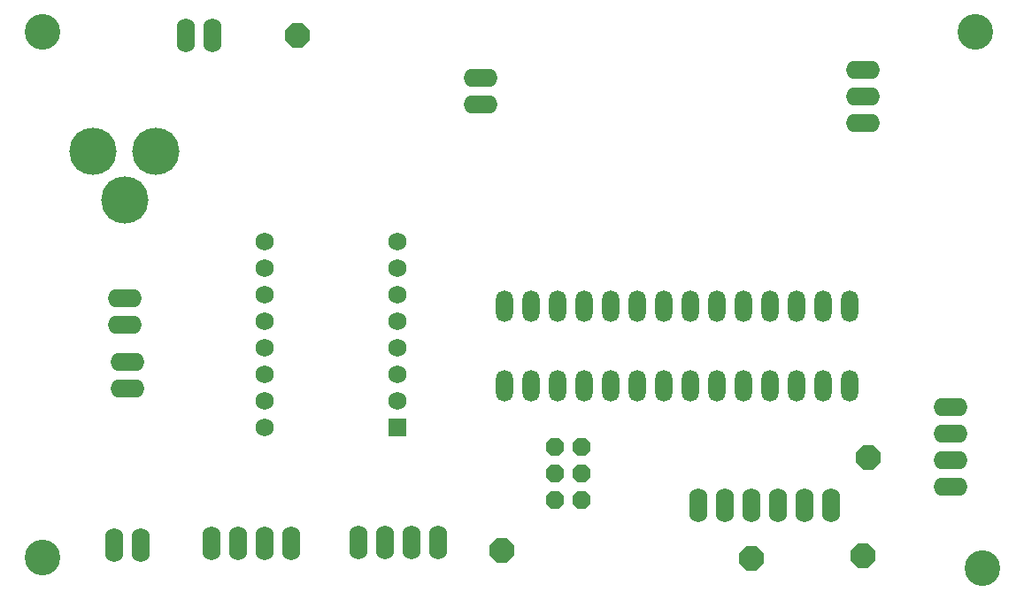
<source format=gbs>
%TF.GenerationSoftware,KiCad,Pcbnew,(6.0.8)*%
%TF.CreationDate,2022-11-16T21:32:55-08:00*%
%TF.ProjectId,T5Cad,54354361-642e-46b6-9963-61645f706362,2.3.1*%
%TF.SameCoordinates,Original*%
%TF.FileFunction,Soldermask,Bot*%
%TF.FilePolarity,Negative*%
%FSLAX46Y46*%
G04 Gerber Fmt 4.6, Leading zero omitted, Abs format (unit mm)*
G04 Created by KiCad (PCBNEW (6.0.8)) date 2022-11-16 21:32:55*
%MOMM*%
%LPD*%
G01*
G04 APERTURE LIST*
G04 Aperture macros list*
%AMRoundRect*
0 Rectangle with rounded corners*
0 $1 Rounding radius*
0 $2 $3 $4 $5 $6 $7 $8 $9 X,Y pos of 4 corners*
0 Add a 4 corners polygon primitive as box body*
4,1,4,$2,$3,$4,$5,$6,$7,$8,$9,$2,$3,0*
0 Add four circle primitives for the rounded corners*
1,1,$1+$1,$2,$3*
1,1,$1+$1,$4,$5*
1,1,$1+$1,$6,$7*
1,1,$1+$1,$8,$9*
0 Add four rect primitives between the rounded corners*
20,1,$1+$1,$2,$3,$4,$5,0*
20,1,$1+$1,$4,$5,$6,$7,0*
20,1,$1+$1,$6,$7,$8,$9,0*
20,1,$1+$1,$8,$9,$2,$3,0*%
%AMFreePoly0*
4,1,25,0.506863,1.161696,0.518986,1.151342,1.151342,0.518986,1.179849,0.463038,1.181100,0.447144,1.181100,-0.447144,1.161696,-0.506863,1.151342,-0.518986,0.518986,-1.151342,0.463038,-1.179849,0.447144,-1.181100,-0.447144,-1.181100,-0.506863,-1.161696,-0.518986,-1.151342,-1.151342,-0.518986,-1.179849,-0.463038,-1.181100,-0.447144,-1.181100,0.447144,-1.161696,0.506863,-1.151342,0.518986,
-0.518986,1.151342,-0.463038,1.179849,-0.447144,1.181100,0.447144,1.181100,0.506863,1.161696,0.506863,1.161696,$1*%
%AMFreePoly1*
4,1,25,0.380735,0.857196,0.392858,0.846842,0.846842,0.392858,0.875349,0.336910,0.876600,0.321016,0.876600,-0.321016,0.857196,-0.380735,0.846842,-0.392858,0.392858,-0.846842,0.336910,-0.875349,0.321016,-0.876600,-0.321016,-0.876600,-0.380735,-0.857196,-0.392858,-0.846842,-0.846842,-0.392858,-0.875349,-0.336910,-0.876600,-0.321016,-0.876600,0.321016,-0.857196,0.380735,-0.846842,0.392858,
-0.392858,0.846842,-0.336910,0.875349,-0.321016,0.876600,0.321016,0.876600,0.380735,0.857196,0.380735,0.857196,$1*%
G04 Aperture macros list end*
%ADD10FreePoly0,0.000000*%
%ADD11O,3.251200X1.727200*%
%ADD12FreePoly1,270.000000*%
%ADD13O,1.727200X3.251200*%
%ADD14C,3.403600*%
%ADD15RoundRect,0.101600X0.765000X0.765000X-0.765000X0.765000X-0.765000X-0.765000X0.765000X-0.765000X0*%
%ADD16C,1.733200*%
%ADD17O,1.625600X3.048000*%
%ADD18C,4.521200*%
G04 APERTURE END LIST*
D10*
%TO.C,TP3*%
X178308000Y-101600000D03*
%TD*%
D11*
%TO.C,JP2*%
X188976000Y-59944000D03*
X188976000Y-57404000D03*
X188976000Y-54864000D03*
%TD*%
D12*
%TO.C,J1*%
X159512000Y-90932000D03*
X162052000Y-90932000D03*
X159512000Y-93472000D03*
X162052000Y-93472000D03*
X159512000Y-96012000D03*
X162052000Y-96012000D03*
%TD*%
D13*
%TO.C,JP4*%
X140716000Y-100076000D03*
X143256000Y-100076000D03*
X145796000Y-100076000D03*
X148336000Y-100076000D03*
%TD*%
D10*
%TO.C,TP4*%
X134874000Y-51562000D03*
%TD*%
%TO.C,TP5*%
X154432000Y-100838000D03*
%TD*%
D14*
%TO.C,H3*%
X110500000Y-101500000D03*
%TD*%
D15*
%TO.C,U8*%
X144516600Y-89077800D03*
D16*
X144516600Y-86537800D03*
X144516600Y-83997800D03*
X144516600Y-81457800D03*
X144516600Y-78917800D03*
X144516600Y-76377800D03*
X144516600Y-73837800D03*
X144516600Y-71297800D03*
X131816600Y-71297800D03*
X131816600Y-73837800D03*
X131816600Y-76377800D03*
X131816600Y-78917800D03*
X131816600Y-81457800D03*
X131816600Y-83997800D03*
X131816600Y-86537800D03*
X131816600Y-89077800D03*
%TD*%
D11*
%TO.C,JP5*%
X152400000Y-58166000D03*
X152400000Y-55626000D03*
%TD*%
D14*
%TO.C,H1*%
X199750000Y-51250000D03*
%TD*%
D11*
%TO.C,JP1*%
X197358000Y-87122000D03*
X197358000Y-89662000D03*
X197358000Y-92202000D03*
X197358000Y-94742000D03*
%TD*%
%TO.C,JP8*%
X118618000Y-85344000D03*
X118618000Y-82804000D03*
%TD*%
D13*
%TO.C,J3*%
X173228000Y-96520000D03*
X175768000Y-96520000D03*
X178308000Y-96520000D03*
X180848000Y-96520000D03*
X183388000Y-96520000D03*
X185928000Y-96520000D03*
%TD*%
%TO.C,JP6*%
X126746000Y-51562000D03*
X124206000Y-51562000D03*
%TD*%
D14*
%TO.C,H2*%
X110500000Y-51250000D03*
%TD*%
D10*
%TO.C,TP1*%
X188976000Y-101346000D03*
%TD*%
D14*
%TO.C,H4*%
X200406000Y-102500000D03*
%TD*%
D17*
%TO.C,U4*%
X187706000Y-77470000D03*
X185166000Y-77470000D03*
X182626000Y-77470000D03*
X180086000Y-77470000D03*
X177546000Y-77470000D03*
X175006000Y-77470000D03*
X172466000Y-77470000D03*
X169926000Y-77470000D03*
X167386000Y-77470000D03*
X164846000Y-77470000D03*
X162306000Y-77470000D03*
X159766000Y-77470000D03*
X157226000Y-77470000D03*
X154686000Y-77470000D03*
X154686000Y-85090000D03*
X157226000Y-85090000D03*
X159766000Y-85090000D03*
X162306000Y-85090000D03*
X164846000Y-85090000D03*
X167386000Y-85090000D03*
X169926000Y-85090000D03*
X172466000Y-85090000D03*
X175006000Y-85090000D03*
X177546000Y-85090000D03*
X180086000Y-85090000D03*
X182626000Y-85090000D03*
X185166000Y-85090000D03*
X187706000Y-85090000D03*
%TD*%
D10*
%TO.C,TP2*%
X189484000Y-91948000D03*
%TD*%
D11*
%TO.C,JP9*%
X118364000Y-76708000D03*
X118364000Y-79248000D03*
%TD*%
D13*
%TO.C,JP3*%
X134315200Y-100177600D03*
X131775200Y-100177600D03*
X129235200Y-100177600D03*
X126695200Y-100177600D03*
%TD*%
%TO.C,JP7*%
X117348000Y-100330000D03*
X119888000Y-100330000D03*
%TD*%
D18*
%TO.C,J2*%
X115395500Y-62621300D03*
X118395500Y-67321300D03*
X121395500Y-62621300D03*
%TD*%
M02*

</source>
